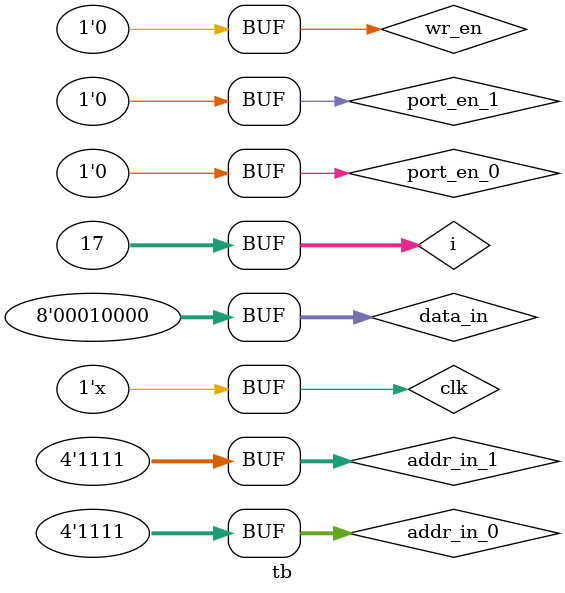
<source format=v>
module tb;

   
    reg clk;
    reg wr_en;
    reg [7:0] data_in;
    reg [3:0] addr_in_0;
    reg [3:0] addr_in_1;
    reg port_en_0;
    reg port_en_1;

   
    wire [7:0] data_out_0;
    wire [7:0] data_out_1;
    
    integer i;

    
    dual_port_ram uut (
        .clk(clk), 
        .wr_en(wr_en), 
        .data_in(data_in), 
        .addr_in_0(addr_in_0), 
        .addr_in_1(addr_in_1), 
        .port_en_0(port_en_0), 
        .port_en_1(port_en_1), 
        .data_out_0(data_out_0), 
        .data_out_1(data_out_1)
    );
    
    always
        #5 clk = ~clk;

    initial begin
       
        clk = 1;
        addr_in_1 = 0;
        port_en_0 = 0;
        port_en_1 = 0;
        wr_en = 0;
        data_in = 0;
        addr_in_0 = 0;  
        #20;
       
        port_en_0 = 1;  
        wr_en = 1;
      for(i=1; i <= 16; i = i + 1) begin
            data_in = i;
            addr_in_0 = i-1;
            #10;
        end
        wr_en = 0;
        port_en_0 = 0;  
        
        port_en_1 = 1;  
        for(i=1; i <= 16; i = i + 1) begin
            addr_in_1 = i-1;
            #10;
        end
        port_en_1 = 0;
    end
      
endmodule

</source>
